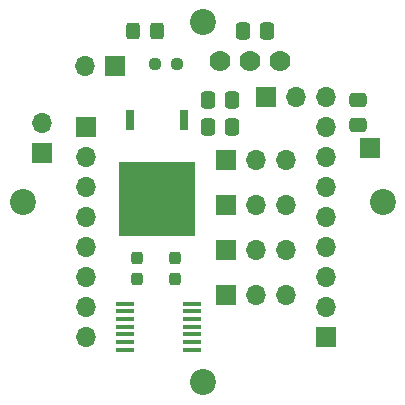
<source format=gbr>
%TF.GenerationSoftware,KiCad,Pcbnew,(7.0.0-0)*%
%TF.CreationDate,2023-10-07T19:29:11-07:00*%
%TF.ProjectId,tiny_rocket_av_bay,74696e79-5f72-46f6-936b-65745f61765f,rev?*%
%TF.SameCoordinates,Original*%
%TF.FileFunction,Soldermask,Bot*%
%TF.FilePolarity,Negative*%
%FSLAX46Y46*%
G04 Gerber Fmt 4.6, Leading zero omitted, Abs format (unit mm)*
G04 Created by KiCad (PCBNEW (7.0.0-0)) date 2023-10-07 19:29:11*
%MOMM*%
%LPD*%
G01*
G04 APERTURE LIST*
G04 Aperture macros list*
%AMRoundRect*
0 Rectangle with rounded corners*
0 $1 Rounding radius*
0 $2 $3 $4 $5 $6 $7 $8 $9 X,Y pos of 4 corners*
0 Add a 4 corners polygon primitive as box body*
4,1,4,$2,$3,$4,$5,$6,$7,$8,$9,$2,$3,0*
0 Add four circle primitives for the rounded corners*
1,1,$1+$1,$2,$3*
1,1,$1+$1,$4,$5*
1,1,$1+$1,$6,$7*
1,1,$1+$1,$8,$9*
0 Add four rect primitives between the rounded corners*
20,1,$1+$1,$2,$3,$4,$5,0*
20,1,$1+$1,$4,$5,$6,$7,0*
20,1,$1+$1,$6,$7,$8,$9,0*
20,1,$1+$1,$8,$9,$2,$3,0*%
G04 Aperture macros list end*
%ADD10C,2.200000*%
%ADD11R,1.700000X1.700000*%
%ADD12O,1.700000X1.700000*%
%ADD13R,0.711200X1.701800*%
%ADD14R,6.553200X6.223000*%
%ADD15RoundRect,0.250000X-0.337500X-0.475000X0.337500X-0.475000X0.337500X0.475000X-0.337500X0.475000X0*%
%ADD16RoundRect,0.237500X-0.237500X0.300000X-0.237500X-0.300000X0.237500X-0.300000X0.237500X0.300000X0*%
%ADD17RoundRect,0.250000X-0.475000X0.337500X-0.475000X-0.337500X0.475000X-0.337500X0.475000X0.337500X0*%
%ADD18RoundRect,0.237500X0.250000X0.237500X-0.250000X0.237500X-0.250000X-0.237500X0.250000X-0.237500X0*%
%ADD19RoundRect,0.100000X0.687500X0.100000X-0.687500X0.100000X-0.687500X-0.100000X0.687500X-0.100000X0*%
%ADD20RoundRect,0.250000X0.325000X0.450000X-0.325000X0.450000X-0.325000X-0.450000X0.325000X-0.450000X0*%
%ADD21C,1.778000*%
%ADD22RoundRect,0.237500X0.237500X-0.300000X0.237500X0.300000X-0.237500X0.300000X-0.237500X-0.300000X0*%
G04 APERTURE END LIST*
D10*
%TO.C,H4*%
X53530500Y-106426000D03*
%TD*%
D11*
%TO.C,J8*%
X39941499Y-86999999D03*
D12*
X39941499Y-84459999D03*
%TD*%
D10*
%TO.C,H1*%
X38290500Y-91186000D03*
%TD*%
%TO.C,H2*%
X53530500Y-75946000D03*
%TD*%
D11*
%TO.C,U1*%
X64007999Y-102615999D03*
D12*
X64007999Y-100075999D03*
X64007999Y-97535999D03*
X64007999Y-94995999D03*
X64007999Y-92455999D03*
X64007999Y-89915999D03*
X64007999Y-87375999D03*
X64007999Y-84835999D03*
X64007999Y-82295999D03*
X61467999Y-82295999D03*
D11*
X58927999Y-82295999D03*
X43687999Y-84835999D03*
D12*
X43687999Y-87375999D03*
X43687999Y-89915999D03*
X43687999Y-92455999D03*
X43687999Y-94995999D03*
X43687999Y-97535999D03*
X43687999Y-100075999D03*
X43687999Y-102615999D03*
%TD*%
D10*
%TO.C,H3*%
X68770500Y-91186000D03*
%TD*%
D11*
%TO.C,J6*%
X67690999Y-86613999D03*
%TD*%
%TO.C,J4*%
X55498999Y-87629999D03*
D12*
X58038999Y-87629999D03*
X60578999Y-87629999D03*
%TD*%
D11*
%TO.C,J2*%
X55498999Y-91439999D03*
D12*
X58038999Y-91439999D03*
X60578999Y-91439999D03*
%TD*%
D13*
%TO.C,U5*%
X47356998Y-84175599D03*
D14*
X49656999Y-90931999D03*
D13*
X51957000Y-84175599D03*
%TD*%
D15*
%TO.C,C5*%
X53953500Y-82550000D03*
X56028500Y-82550000D03*
%TD*%
D16*
%TO.C,C1*%
X51181000Y-95911500D03*
X51181000Y-97636500D03*
%TD*%
D17*
%TO.C,C6*%
X66675000Y-82528500D03*
X66675000Y-84603500D03*
%TD*%
D18*
%TO.C,R2*%
X51331500Y-79502000D03*
X49506500Y-79502000D03*
%TD*%
D19*
%TO.C,U6*%
X52658500Y-99764000D03*
X52658500Y-100414000D03*
X52658500Y-101064000D03*
X52658500Y-101714000D03*
X52658500Y-102364000D03*
X52658500Y-103014000D03*
X52658500Y-103664000D03*
X46933500Y-103664000D03*
X46933500Y-103014000D03*
X46933500Y-102364000D03*
X46933500Y-101714000D03*
X46933500Y-101064000D03*
X46933500Y-100414000D03*
X46933500Y-99764000D03*
%TD*%
D11*
%TO.C,BT1*%
X46100999Y-79628999D03*
D12*
X43560999Y-79628999D03*
%TD*%
D15*
%TO.C,C7*%
X56938000Y-76708000D03*
X59013000Y-76708000D03*
%TD*%
D20*
%TO.C,D1*%
X49666000Y-76708000D03*
X47616000Y-76708000D03*
%TD*%
D21*
%TO.C,U4*%
X54991000Y-79248000D03*
X57531000Y-79248000D03*
X60071000Y-79248000D03*
%TD*%
D15*
%TO.C,C4*%
X53953500Y-84836000D03*
X56028500Y-84836000D03*
%TD*%
D22*
%TO.C,C2*%
X48006000Y-97636500D03*
X48006000Y-95911500D03*
%TD*%
D11*
%TO.C,J3*%
X55498999Y-95249999D03*
D12*
X58038999Y-95249999D03*
X60578999Y-95249999D03*
%TD*%
D11*
%TO.C,J5*%
X55498999Y-99059999D03*
D12*
X58038999Y-99059999D03*
X60578999Y-99059999D03*
%TD*%
M02*

</source>
